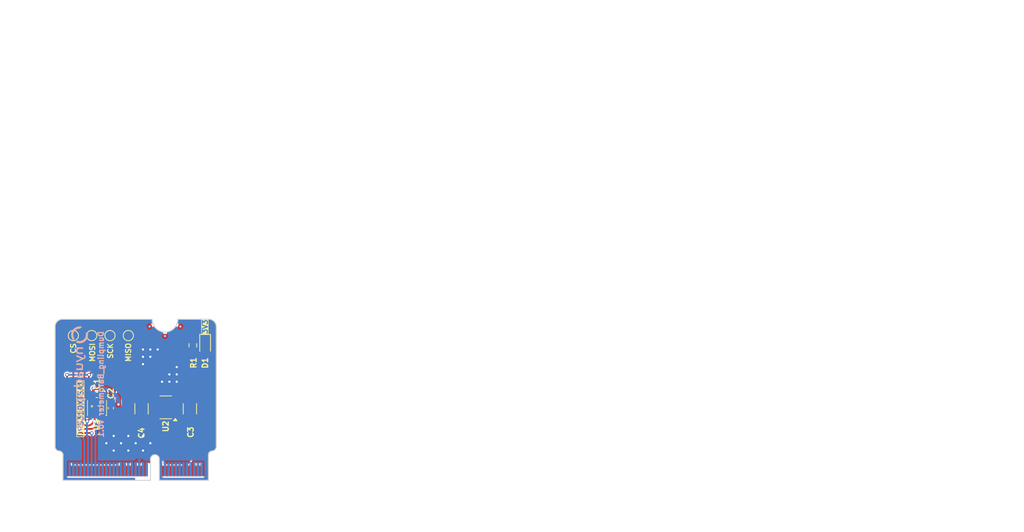
<source format=kicad_pcb>
(kicad_pcb (version 20241229) (generator "pcbnew") (generator_version "9.0")
  (layers (0 "F.Cu" signal "Top") (2 "B.Cu" signal "Bottom") (13 "F.Paste" user) (15 "B.Paste" user) (5 "F.SilkS" user "F.Silkscreen") (7 "B.SilkS" user "B.Silkscreen") (1 "F.Mask" user) (3 "B.Mask" user) (25 "Edge.Cuts" user))
  (net 0 "")
  (net 1 "+3V3")
  (net 2 "GND")
  (net 3 "VIN")
  (net 4 "DPS310XTSA1_CS")
  (net 5 "Net-(D1-A)")
  (net 6 "/G6")
  (net 7 "DPS310XTSA1_SDA")
  (net 8 "DPS310XTSA1_RX")
  (net 9 "/RTC_3V_BATT")
  (net 10 "/AUD_MCLK")
  (net 11 "/UART_CTS1")
  (net 12 "/USBHOST_D-")
  (net 13 "/G3")
  (net 14 "/BATT_VIN")
  (net 15 "/CAN-TX")
  (net 16 "/3.3V_EN")
  (net 17 "/CAN-RX")
  (net 18 "/UART_RTS1")
  (net 19 "/V_USB")
  (net 20 "DPS310XTSA1_MISO")
  (net 21 "/AUD_LRCLK")
  (net 22 "/G0")
  (net 23 "/SPI_COPI-LED_DAT")
  (net 24 "/G5")
  (net 25 "/AUD_IN-CAM_PCLK")
  (net 26 "/SWDCK")
  (net 27 "/SPI_SCK")
  (net 28 "/D1-CAM_TRIG")
  (net 29 "DPS310XTSA1_TX")
  (net 30 "+5V")
  (net 31 "DPS310XTSA1_SCL")
  (net 32 "/~{SPI_CS}")
  (net 33 "/UART_TX2")
  (net 34 "/G8")
  (net 35 "/AUD_BCLK")
  (net 36 "/SPI_CIPO-LED_CLK")
  (net 37 "/SDIO_DATA3-~{SPI_CS1}")
  (net 38 "/USBHOST_D+")
  (net 39 "/I2C_SDA1")
  (net 40 "/D0")
  (net 41 "/USB_D+")
  (net 42 "/G4")
  (net 43 "/A1")
  (net 44 "/G7")
  (net 45 "/G9-CAM_HSYNC")
  (net 46 "/USB_D-")
  (net 47 "DPS310XTSA1_MOSI")
  (net 48 "/PWM0")
  (net 49 "/AUD_OUT-CAM_MCLK")
  (net 50 "/I2C_~{INT}")
  (net 51 "DPS310XTSA1_SCK")
  (net 52 "/SWDIO")
  (net 53 "/I2C_SCL1")
  (net 54 "/UART_RX2")
  (net 55 "/A0")
  (net 56 "/G10-CAM_VSYNC")
  (net 57 "/SDIO_DATA2")
  (net 58 "DPS310XTSA1_pwr_cyc")
  (net 59 "/PWM1")
  (net 60 "/G11-SWO")
  (net 61 "/G2")
  (footprint "SparkFun_MicroMod_ESP32:M.2-CARD-E-22" (layer "F.Cu") (at 148.5011 114.365617)
    (property "Reference" "J1" (hide yes))
    (property "Value" "MICROMOD-2222" (hide yes))
    (fp_line (start 1.9 -21) (end 1 -21) (stroke (width 0.1016)) (layer "F.Cu"))
    (fp_line (start 1.9 -21) (end 1.9 -19.9) (stroke (width 0.1016)) (layer "F.Cu"))
    (fp_line (start 4 -19.7) (end 4 -19) (stroke (width 0.1016)) (layer "F.Cu"))
    (fp_line (start 6.1 -21) (end 6.1 -19.9) (stroke (width 0.1016)) (layer "F.Cu"))
    (fp_line (start 6.1 -21) (end 7 -21) (stroke (width 0.1016)) (layer "F.Cu"))
    (fp_poly (pts (xy 1.25 -21.75) (xy 2.05 -21.75) (xy 2.08842 -21.461827) (xy 2.171447 -21.183213) (xy 2.297037 -20.921017) (xy 2.462097 -20.681696) (xy 2.662563 -20.471142) (xy 2.893499 -20.29454) (xy 3.149218 -20.156239) (xy 3.423424 -20.059644) (xy 4 -20) (xy 4.290635 -20.007133) (xy 4.576576 -20.059644) (xy 4.850782 -20.156239) (xy 5.106501 -20.29454) (xy 5.337437 -20.471142) (xy 5.537903 -20.681696) (xy 5.702963 -20.921017) (xy 5.828553 -21.183213) (xy 5.95 -21.75) (xy 6.75 -21.75) (xy 6.686952 -21.386065) (xy 6.576451 -21.033626) (xy 6.420427 -20.698842) (xy 6.221608 -20.387564) (xy 5.983467 -20.10523) (xy 5.710166 -19.856774) (xy 5.40648 -19.646539) (xy 5.077718 -19.478197) (xy 4.729623 -19.354691) (xy 4.368279 -19.27818) (xy 4 -19.25) (xy 3.630811 -19.275627) (xy 3.268334 -19.35024) (xy 2.919037 -19.472506) (xy 2.589157 -19.640244) (xy 2.284581 -19.85046) (xy 2.010746 -20.099401) (xy 1.77254 -20.382623) (xy 1.574215 -20.695072) (xy 1.419311 -21.031169)) (fill yes) (layer "F.Cu"))
    (pad "1" smd rect (at 9.25 -1.275 180) (size 0.35 1.45) (layers "F.Cu" "F.Mask") (net 2 "GND"))
    (pad "2" smd rect (at 9 -1.525) (size 0.35 1.95) (layers "B.Cu" "B.Mask") (net 1 "+3V3"))
    (pad "3" smd rect (at 8.75 -1.275 180) (size 0.35 1.45) (layers "F.Cu" "F.Mask") (net 41 "/USB_D+"))
    (pad "4" smd rect (at 8.5 -1.525) (size 0.35 1.95) (layers "B.Cu" "B.Mask") (net 16 "/3.3V_EN"))
    (pad "5" smd rect (at 8.25 -1.275 180) (size 0.35 1.45) (layers "F.Cu" "F.Mask") (net 46 "/USB_D-"))
    (pad "6" smd rect (at 8 -1.525) (size 0.35 1.95) (layers "B.Cu" "B.Mask") (net 30 "+5V"))
    (pad "7" smd rect (at 7.75 -1.275 180) (size 0.35 1.45) (layers "F.Cu" "F.Mask") (net 2 "GND"))
    (pad "8" smd rect (at 7.5 -1.525) (size 0.35 1.95) (layers "B.Cu" "B.Mask") (net 60 "/G11-SWO"))
    (pad "9" smd rect (at 7.25 -1.275 180) (size 0.35 1.45) (layers "F.Cu" "F.Mask") (net 19 "/V_USB"))
    (pad "10" smd rect (at 7 -1.525) (size 0.35 1.95) (layers "B.Cu" "B.Mask") (net 40 "/D0"))
    (pad "11" smd rect (at 6.75 -1.275 180) (size 0.35 1.45) (layers "F.Cu" "F.Mask") (net 3 "VIN"))
    (pad "12" smd rect (at 6.5 -1.525) (size 0.35 1.95) (layers "B.Cu" "B.Mask") (net 7 "DPS310XTSA1_SDA"))
    (pad "13" smd rect (at 6.25 -1.275 180) (size 0.35 1.45) (layers "F.Cu" "F.Mask") (net 18 "/UART_RTS1"))
    (pad "14" smd rect (at 6 -1.525) (size 0.35 1.95) (layers "B.Cu" "B.Mask") (net 31 "DPS310XTSA1_SCL"))
    (pad "15" smd rect (at 5.75 -1.275 180) (size 0.35 1.45) (layers "F.Cu" "F.Mask") (net 11 "/UART_CTS1"))
    (pad "16" smd rect (at 5.5 -1.525) (size 0.35 1.95) (layers "B.Cu" "B.Mask") (net 50 "/I2C_~{INT}"))
    (pad "17" smd rect (at 5.25 -1.275 180) (size 0.35 1.45) (layers "F.Cu" "F.Mask") (net 29 "DPS310XTSA1_TX"))
    (pad "18" smd rect (at 5 -1.525) (size 0.35 1.95) (layers "B.Cu" "B.Mask") (net 28 "/D1-CAM_TRIG"))
    (pad "19" smd rect (at 4.75 -1.275 180) (size 0.35 1.45) (layers "F.Cu" "F.Mask") (net 8 "DPS310XTSA1_RX"))
    (pad "20" smd rect (at 4.5 -1.525) (size 0.35 1.95) (layers "B.Cu" "B.Mask") (net 54 "/UART_RX2"))
    (pad "21" smd rect (at 4.25 -1.275 180) (size 0.35 1.45) (layers "F.Cu" "F.Mask") (net 26 "/SWDCK"))
    (pad "22" smd rect (at 4 -1.525) (size 0.35 1.95) (layers "B.Cu" "B.Mask") (net 33 "/UART_TX2"))
    (pad "23" smd rect (at 3.75 -1.275 180) (size 0.35 1.45) (layers "F.Cu" "F.Mask") (net 52 "/SWDIO"))
    (pad "32" smd rect (at 1.5 -1.525) (size 0.35 1.95) (layers "B.Cu" "B.Mask") (net 48 "/PWM0"))
    (pad "33" smd rect (at 1.25 -1.275 180) (size 0.35 1.45) (layers "F.Cu" "F.Mask") (net 2 "GND"))
    (pad "34" smd rect (at 1 -1.525) (size 0.35 1.95) (layers "B.Cu" "B.Mask") (net 55 "/A0"))
    (pad "35" smd rect (at 0.75 -1.275 180) (size 0.35 1.45) (layers "F.Cu" "F.Mask") (net 38 "/USBHOST_D+"))
    (pad "36" smd rect (at 0.5 -1.525) (size 0.35 1.95) (layers "B.Cu" "B.Mask") (net 2 "GND"))
    (pad "37" smd rect (at 0.25 -1.275 180) (size 0.35 1.45) (layers "F.Cu" "F.Mask") (net 12 "/USBHOST_D-"))
    (pad "38" smd rect (at 0 -1.525) (size 0.35 1.95) (layers "B.Cu" "B.Mask") (net 43 "/A1"))
    (pad "39" smd rect (at -0.25 -1.275 180) (size 0.35 1.45) (layers "F.Cu" "F.Mask") (net 2 "GND"))
    (pad "40" smd rect (at -0.5 -1.525) (size 0.35 1.95) (layers "B.Cu" "B.Mask") (net 22 "/G0"))
    (pad "41" smd rect (at -0.75 -1.275 180) (size 0.35 1.45) (layers "F.Cu" "F.Mask") (net 17 "/CAN-RX"))
    (pad "42" smd rect (at -1 -1.525) (size 0.35 1.95) (layers "B.Cu" "B.Mask") (net 58 "DPS310XTSA1_pwr_cyc"))
    (pad "43" smd rect (at -1.25 -1.275 180) (size 0.35 1.45) (layers "F.Cu" "F.Mask") (net 15 "/CAN-TX"))
    (pad "44" smd rect (at -1.5 -1.525) (size 0.35 1.95) (layers "B.Cu" "B.Mask") (net 61 "/G2"))
    (pad "45" smd rect (at -1.75 -1.275 180) (size 0.35 1.45) (layers "F.Cu" "F.Mask") (net 2 "GND"))
    (pad "46" smd rect (at -2 -1.525) (size 0.35 1.95) (layers "B.Cu" "B.Mask") (net 13 "/G3"))
    (pad "47" smd rect (at -2.25 -1.275 180) (size 0.35 1.45) (layers "F.Cu" "F.Mask") (net 59 "/PWM1"))
    (pad "48" smd rect (at -2.5 -1.525) (size 0.35 1.95) (layers "B.Cu" "B.Mask") (net 42 "/G4"))
    (pad "49" smd rect (at -2.75 -1.275 180) (size 0.35 1.45) (layers "F.Cu" "F.Mask") (net 14 "/BATT_VIN"))
    (pad "50" smd rect (at -3 -1.525) (size 0.35 1.95) (layers "B.Cu" "B.Mask") (net 35 "/AUD_BCLK"))
    (pad "51" smd rect (at -3.25 -1.275 180) (size 0.35 1.45) (layers "F.Cu" "F.Mask") (net 39 "/I2C_SDA1"))
    (pad "52" smd rect (at -3.5 -1.525) (size 0.35 1.95) (layers "B.Cu" "B.Mask") (net 21 "/AUD_LRCLK"))
    (pad "53" smd rect (at -3.75 -1.275 180) (size 0.35 1.45) (layers "F.Cu" "F.Mask") (net 53 "/I2C_SCL1"))
    (pad "54" smd rect (at -4 -1.525) (size 0.35 1.95) (layers "B.Cu" "B.Mask") (net 25 "/AUD_IN-CAM_PCLK"))
    (pad "55" smd rect (at -4.25 -1.275 180) (size 0.35 1.45) (layers "F.Cu" "F.Mask") (net 32 "/~{SPI_CS}"))
    (pad "56" smd rect (at -4.5 -1.525) (size 0.35 1.95) (layers "B.Cu" "B.Mask") (net 49 "/AUD_OUT-CAM_MCLK"))
    (pad "57" smd rect (at -4.75 -1.275 180) (size 0.35 1.45) (layers "F.Cu" "F.Mask") (net 27 "/SPI_SCK"))
    (pad "58" smd rect (at -5 -1.525) (size 0.35 1.95) (layers "B.Cu" "B.Mask") (net 10 "/AUD_MCLK"))
    (pad "59" smd rect (at -5.25 -1.275 180) (size 0.35 1.45) (layers "F.Cu" "F.Mask") (net 23 "/SPI_COPI-LED_DAT"))
    (pad "60" smd rect (at -5.5 -1.525) (size 0.35 1.95) (layers "B.Cu" "B.Mask") (net 47 "DPS310XTSA1_MOSI"))
    (pad "61" smd rect (at -5.75 -1.275 180) (size 0.35 1.45) (layers "F.Cu" "F.Mask") (net 36 "/SPI_CIPO-LED_CLK"))
    (pad "62" smd rect (at -6 -1.525) (size 0.35 1.95) (layers "B.Cu" "B.Mask") (net 20 "DPS310XTSA1_MISO"))
    (pad "63" smd rect (at -6.25 -1.275 180) (size 0.35 1.45) (layers "F.Cu" "F.Mask") (net 56 "/G10-CAM_VSYNC"))
    (pad "64" smd rect (at -6.5 -1.525) (size 0.35 1.95) (layers "B.Cu" "B.Mask") (net 51 "DPS310XTSA1_SCK"))
    (pad "65" smd rect (at -6.75 -1.275 180) (size 0.35 1.45) (layers "F.Cu" "F.Mask") (net 45 "/G9-CAM_HSYNC"))
    (pad "66" smd rect (at -7 -1.525) (size 0.35 1.95) (layers "B.Cu" "B.Mask") (net 4 "DPS310XTSA1_CS"))
    (pad "67" smd rect (at -7.25 -1.275 180) (size 0.35 1.45) (layers "F.Cu" "F.Mask") (net 34 "/G8"))
    (pad "68" smd rect (at -7.5 -1.525) (size 0.35 1.95) (layers "B.Cu" "B.Mask") (net 57 "/SDIO_DATA2"))
    (pad "69" smd rect (at -7.75 -1.275 180) (size 0.35 1.45) (layers "F.Cu" "F.Mask") (net 44 "/G7"))
    (pad "70" smd rect (at -8 -1.525) (size 0.35 1.95) (layers "B.Cu" "B.Mask") (net 37 "/SDIO_DATA3-~{SPI_CS1}"))
    (pad "71" smd rect (at -8.25 -1.275 180) (size 0.35 1.45) (layers "F.Cu" "F.Mask") (net 6 "/G6"))
    (pad "72" smd rect (at -8.5 -1.525) (size 0.35 1.95) (layers "B.Cu" "B.Mask") (net 9 "/RTC_3V_BATT"))
    (pad "73" smd rect (at -8.75 -1.275 180) (size 0.35 1.45) (layers "F.Cu" "F.Mask") (net 24 "/G5"))
    (pad "74" smd rect (at -9 -1.525) (size 0.35 1.95) (layers "B.Cu" "B.Mask") (net 1 "+3V3"))
    (pad "75" smd rect (at -9.25 -1.275 180) (size 0.35 1.45) (layers "F.Cu" "F.Mask") (net 2 "GND"))
    (pad "GND" thru_hole circle (at 1.9 -21) (size 0.454 0.454) (drill 0.2) (layers "*.Cu" "*.Mask"))
    (pad "GND" thru_hole circle (at 4 -19.7) (size 0.454 0.454) (drill 0.2) (layers "*.Cu" "*.Mask"))
    (pad "GND" thru_hole circle (at 6.1 -21) (size 0.454 0.454) (drill 0.2) (layers "*.Cu" "*.Mask"))
  )
  (footprint "SparkFun_MicroMod_ESP32:ORDERING_INSTRUCTIONS" (layer "F.Cu") (at 167.9811 62.1)
    (property "Reference" "LOGO1" (hide yes))
    (property "Value" "SPECIAL_INSTRUCTIONS-ORDERING")
  )
  (footprint "SparkFun_MicroMod_ESP32:CREATIVE_COMMONS" (layer "F.Cu") (at 184.4 63.75)
    (property "Reference" "FRAME1" (hide yes))
    (property "Value" "FRAME-LEDGER" (hide yes))
  )
  (footprint "LED_SMD:LED_0603_1608Metric" (layer "F.Cu") (at 157.975 95.9375 -90)
    (property "Reference" "D1" (at 2.4 0 90) (layer "F.SilkS") (effects (font (size 0.75 0.75) (thickness 0.175) (bold yes))))
    (property "Value" "LED")
    (pad "1" smd roundrect (at -0.7875 0 270) (size 0.875 0.95) (layers "F.Cu" "F.Mask" "F.Paste") (net 2 "GND"))
    (pad "2" smd roundrect (at 0.7875 0 270) (size 0.875 0.95) (layers "F.Cu" "F.Mask" "F.Paste") (net 5 "Net-(D1-A)"))
  )
  (footprint "TestPoint:TestPoint_Pad_D1.0mm" (layer "F.Cu") (at 140 94.6)
    (property "Reference" "CS1" (hide yes))
    (property "Value" "SPI3")
    (pad "1" smd circle (at 0 0) (size 1 1) (layers "F.Cu" "F.Mask") (net 4 "DPS310XTSA1_CS"))
  )
  (footprint "Capacitor_SMD:C_1206_3216Metric" (layer "F.Cu") (at 155.9 104.6 90)
    (property "Reference" "C3" (at -3.2 0.1 90) (layer "F.SilkS") (effects (font (size 0.75 0.75) (thickness 0.175) (bold yes))))
    (property "Value" "10u")
    (pad "1" smd roundrect (at -1.475 0 90) (size 1.15 1.8) (layers "F.Cu" "F.Mask" "F.Paste") (roundrect_rratio 0.217391) (net 3 "VIN"))
    (pad "2" smd roundrect (at 1.475 0 90) (size 1.15 1.8) (layers "F.Cu" "F.Mask" "F.Paste") (roundrect_rratio 0.217391) (net 2 "GND"))
  )
  (footprint "Capacitor_SMD:C_1206_3216Metric" (layer "F.Cu") (at 149.3 104.6 90)
    (property "Reference" "C4" (at -3.3 0 90) (layer "F.SilkS") (effects (font (size 0.75 0.75) (thickness 0.175) (bold yes))))
    (property "Value" "10u")
    (pad "1" smd roundrect (at -1.475 0 90) (size 1.15 1.8) (layers "F.Cu" "F.Mask" "F.Paste") (roundrect_rratio 0.217391) (net 1 "+3V3"))
    (pad "2" smd roundrect (at 1.475 0 90) (size 1.15 1.8) (layers "F.Cu" "F.Mask" "F.Paste") (roundrect_rratio 0.217391) (net 2 "GND"))
  )
  (footprint "Resistor_SMD:R_0603_1608Metric" (layer "F.Cu") (at 156.3 95.925 -90)
    (property "Reference" "R1" (at 2.4 -0.1 270) (layer "F.SilkS") (effects (font (size 0.75 0.75) (thickness 0.175) (bold yes))))
    (property "Value" "10k")
    (pad "1" smd roundrect (at -0.825 0 270) (size 0.8 0.95) (layers "F.Cu" "F.Mask" "F.Paste") (net 1 "+3V3"))
    (pad "2" smd roundrect (at 0.825 0 270) (size 0.8 0.95) (layers "F.Cu" "F.Mask" "F.Paste") (net 5 "Net-(D1-A)"))
  )
  (footprint "TestPoint:TestPoint_Pad_D1.0mm" (layer "F.Cu") (at 147.5 94.6)
    (property "Reference" "MISO" (at 0 2.3 90) (layer "F.SilkS") (effects (font (size 0.7 0.7))))
    (property "Value" "SPI3")
    (pad "1" smd circle (at 0 0) (size 1 1) (layers "F.Cu" "F.Mask") (net 20 "DPS310XTSA1_MISO"))
  )
  (footprint "Capacitor_SMD:C_0402_1005Metric" (layer "F.Cu") (at 145.110643 104.500102 -90)
    (property "Reference" "C2" (at -2 0 90) (layer "F.SilkS") (effects (font (size 0.75 0.75) (thickness 0.175) (bold yes))))
    (property "Value" "100n")
    (pad "1" smd roundrect (at -0.48 0 270) (size 0.56 0.62) (layers "F.Cu" "F.Mask" "F.Paste") (net 1 "+3V3"))
    (pad "2" smd roundrect (at 0.48 0 270) (size 0.56 0.62) (layers "F.Cu" "F.Mask" "F.Paste") (net 2 "GND"))
  )
  (footprint "TestPoint:TestPoint_Pad_D1.0mm" (layer "F.Cu") (at 142.5 94.6)
    (property "Reference" "MOSI1" (hide yes))
    (property "Value" "SPI3")
    (pad "1" smd circle (at 0 0) (size 1 1) (layers "F.Cu" "F.Mask") (net 47 "DPS310XTSA1_MOSI"))
  )
  (footprint "DPS310XTSA1:LGA-8_DPS310XTSA1" (layer "F.Cu") (at 143.230201 104.500102 -90)
    (property "Reference" "U3" (at 2.299898 0.030201 90) (layer "F.SilkS") (effects (font (size 0.75 0.75) (thickness 0.175) (bold yes))))
    (property "Value" "DPS310XTSA1_C3232509")
    (pad "1" smd rect (at 0.800102 -0.980442 270) (size 0.700025 0.350521) (layers "F.Cu" "F.Mask" "F.Paste") (net 2 "GND"))
    (pad "2" smd rect (at 0.800102 -0.330201 270) (size 0.700025 0.350521) (layers "F.Cu" "F.Mask" "F.Paste") (net 4 "DPS310XTSA1_CS"))
    (pad "3" smd rect (at 0.800102 0.330201 270) (size 0.700025 0.350521) (layers "F.Cu" "F.Mask" "F.Paste") (net 47 "DPS310XTSA1_MOSI"))
    (pad "4" smd rect (at 0.800102 0.980442 270) (size 0.700025 0.350521) (layers "F.Cu" "F.Mask" "F.Paste") (net 51 "DPS310XTSA1_SCK"))
    (pad "5" smd rect (at -0.800102 0.980442 270) (size 0.700025 0.350521) (layers "F.Cu" "F.Mask" "F.Paste") (net 20 "DPS310XTSA1_MISO"))
    (pad "6" smd rect (at -0.800102 0.330201 270) (size 0.700025 0.350521) (layers "F.Cu" "F.Mask" "F.Paste") (net 1 "+3V3"))
    (pad "7" smd rect (at -0.800102 -0.330201 270) (size 0.700025 0.350521) (layers "F.Cu" "F.Mask" "F.Paste") (net 2 "GND"))
    (pad "8" smd rect (at -0.800102 -0.980442 270) (size 0.700025 0.350521) (layers "F.Cu" "F.Mask" "F.Paste") (net 1 "+3V3"))
  )
  (footprint "Capacitor_SMD:C_0402_1005Metric" (layer "F.Cu") (at 143.210643 102.700102)
    (property "Reference" "C1" (at 0 -1.5 90) (layer "F.SilkS") (effects (font (size 0.75 0.75) (thickness 0.175) (bold yes))))
    (property "Value" "100n")
    (pad "1" smd roundrect (at -0.48 0) (size 0.56 0.62) (layers "F.Cu" "F.Mask" "F.Paste") (net 1 "+3V3"))
    (pad "2" smd roundrect (at 0.48 0) (size 0.56 0.62) (layers "F.Cu" "F.Mask" "F.Paste") (net 2 "GND"))
  )
  (footprint "TestPoint:TestPoint_Pad_D1.0mm" (layer "F.Cu") (at 145 94.6)
    (property "Reference" "SCK1" (hide yes))
    (property "Value" "SPI3")
    (pad "1" smd circle (at 0 0) (size 1 1) (layers "F.Cu" "F.Mask") (net 51 "DPS310XTSA1_SCK"))
  )
  (footprint "Package_TO_SOT_SMD:SOT-23-5" (layer "F.Cu") (at 152.6 104.4 180)
    (property "Reference" "U2" (at 0 -2.6 90) (layer "F.SilkS") (effects (font (size 0.75 0.75) (thickness 0.175) (bold yes))))
    (property "Value" "AP2112K-3.3")
    (pad "1" smd roundrect (at -1.1375 -0.95 180) (size 1.325 0.6) (layers "F.Cu" "F.Mask" "F.Paste") (net 3 "VIN"))
    (pad "2" smd roundrect (at -1.1375 0 180) (size 1.325 0.6) (layers "F.Cu" "F.Mask" "F.Paste") (net 2 "GND"))
    (pad "3" smd roundrect (at -1.1375 0.95 180) (size 1.325 0.6) (layers "F.Cu" "F.Mask" "F.Paste") (net 3 "VIN"))
    (pad "4" smd roundrect (at 1.1375 0.95 180) (size 1.325 0.6) (layers "F.Cu" "F.Mask" "F.Paste"))
    (pad "5" smd roundrect (at 1.1375 -0.95 180) (size 1.325 0.6) (layers "F.Cu" "F.Mask" "F.Paste") (net 1 "+3V3"))
  )
  (footprint "LOGO" (layer "B.Cu") (at 140.85 100.35 -90)
    (property "Reference" "G***" (hide yes))
    (property "Value" "LOGO" (hide yes))
  )
  (gr_line (start 158.4261 114.365617) (end 151.7261 114.365617) (stroke (width 0.127)) (layer "Edge.Cuts"))
  (gr_line (start 150.5261 111.465617) (end 150.5261 114.365617) (stroke (width 0.127)) (layer "Edge.Cuts"))
  (gr_line (start 138.5761 114.365617) (end 138.5761 110.865617) (stroke (width 0.127)) (layer "Edge.Cuts"))
  (gr_arc (start 138.1011 110.365617) (mid 138.434341 110.524663) (end 138.5761 110.865618) (stroke (width 0.127)) (layer "Edge.Cuts"))
  (gr_arc (start 137.5011 93.365617) (mid 137.8011 92.665618) (end 138.501099 92.365618) (stroke (width 0.127)) (layer "Edge.Cuts"))
  (gr_arc (start 159.501099 109.765618) (mid 159.320461 110.184979) (end 158.9011 110.365617) (stroke (width 0.127)) (layer "Edge.Cuts"))
  (gr_line (start 137.5011 93.365617) (end 137.5011 109.765617) (stroke (width 0.127)) (layer "Edge.Cuts"))
  (gr_line (start 159.5011 93.365617) (end 159.5011 109.765617) (stroke (width 0.127)) (layer "Edge.Cuts"))
  (gr_arc (start 154.2511 92.365617) (mid 152.5011 94.115617) (end 150.7511 92.365617) (stroke (width 0.127)) (layer "Edge.Cuts"))
  (gr_arc (start 158.4261 110.865617) (mid 158.566444 110.523319) (end 158.9011 110.365617) (stroke (width 0.127)) (layer "Edge.Cuts"))
  (gr_arc (start 150.5261 111.465617) (mid 151.1261 110.865617) (end 151.7261 111.465617) (stroke (width 0.127)) (layer "Edge.Cuts"))
  (gr_line (start 158.4261 110.865617) (end 158.4261 114.365617) (stroke (width 0.127)) (layer "Edge.Cuts"))
  (gr_line (start 150.7511 92.365617) (end 138.5011 92.365617) (stroke (width 0.127)) (layer "Edge.Cuts"))
  (gr_line (start 151.7261 111.465617) (end 151.7261 114.365617) (stroke (width 0.127)) (layer "Edge.Cuts"))
  (gr_arc (start 138.101098 110.365617) (mid 137.681737 110.184978) (end 137.5011 109.765617) (stroke (width 0.127)) (layer "Edge.Cuts"))
  (gr_line (start 158.5011 92.365617) (end 154.2511 92.365617) (stroke (width 0.127)) (layer "Edge.Cuts"))
  (gr_arc (start 158.5011 92.365617) (mid 159.2011 92.665617) (end 159.5011 93.365617) (stroke (width 0.127)) (layer "Edge.Cuts"))
  (gr_line (start 138.5761 114.365617) (end 150.5261 114.365617) (stroke (width 0.127)) (layer "Edge.Cuts"))
  (gr_text "DPS310XTSA1" (at 141 104.6 90) (layer "F.SilkS" knockout) (effects (font (size 0.75 0.75) (thickness 0.175) (bold yes))))
  (gr_text "SCK" (at 145.05 96.7 90) (layer "F.SilkS") (effects (font (size 0.7 0.7))))
  (gr_text "3V3" (at 157.975 93.4 90) (layer "F.SilkS" knockout) (effects (font (size 0.7 0.7) (thickness 0.15) (bold yes))))
  (gr_text "CS" (at 140 96.35 90) (layer "F.SilkS") (effects (font (size 0.7 0.7))))
  (gr_text "MOSI" (at 142.6 96.9 90) (layer "F.SilkS") (effects (font (size 0.7 0.7))))
  (gr_text "Dumpling_Barometer v0.1" (at 144.2 93.9 90) (layer "B.SilkS") (effects (font (size 0.75 0.75) (thickness 0.175) (bold yes)) (justify left bottom mirror)))
  (segment (start 155.924999 95.1) (end 156.3 95.1) (width 0.75) (layer "F.Cu") (net 1))
  (segment (start 148.113172 101.35) (end 148.3 101.35) (width 0.75) (layer "F.Cu") (net 1))
  (segment (start 150.007106 100.642893) (end 155.284833 95.365165) (width 0.75) (layer "F.Cu") (net 1))
  (segment (start 144.757091 104.020102) (end 145.110643 104.020102) (width 0.5) (layer "F.Cu") (net 1))
  (segment (start 151.1 105.7125) (end 151.4625 105.35) (width 0.75) (layer "F.Cu") (net 1))
  (segment (start 147.985139 106.075) (end 150.224847 106.075) (width 0.75) (layer "F.Cu") (net 1))
  (segment (start 146.139949 104.010051) (end 146.15 104) (width 0.5) (layer "F.Cu") (net 1))
  (segment (start 142.9 102.989212) (end 142.9 103.7) (width 0.35) (layer "F.Cu") (net 1))
  (segment (start 146.503553 105.353553) (end 146.6875 105.5375) (width 0.75) (layer "F.Cu") (net 1))
  (segment (start 146.15 103.25) (end 146.15 104) (width 0.75) (layer "F.Cu") (net 1))
  (segment (start 142.715643 102.685102) (end 142.700643 102.670102) (width 0.5) (layer "F.Cu") (net 1))
  (segment (start 142.745643 102.715102) (end 142.815321 102.78478) (width 0.35) (layer "F.Cu") (net 1))
  (segment (start 144.370694 103.860051) (end 144.210643 103.7) (width 0.5) (layer "F.Cu") (net 1))
  (segment (start 146.15 104.5) (end 146.15 104) (width 0.75) (layer "F.Cu") (net 1))
  (segment (start 146.68033 101.969669) (end 146.725 101.925) (width 0.75) (layer "F.Cu") (net 1))
  (segment (start 142.745643 102.715102) (end 142.715643 102.685102) (width 0.35) (layer "F.Cu") (net 1))
  (segment (start 146.115683 104.020102) (end 145.110643 104.020102) (width 0.5) (layer "F.Cu") (net 1))
  (segment (start 142.730643 102.678888) (end 142.730643 101.819357) (width 0.35) (layer "F.Cu") (net 1))
  (via (at 142.75 101.8) (size 0.5) (drill 0.3) (layers "F.Cu" "B.Cu") (net 1))
  (via (at 146.15 104) (size 0.5) (drill 0.3) (layers "F.Cu" "B.Cu") (net 1))
  (arc (start 147.985139 106.075) (mid 147.282861 105.935308) (end 146.6875 105.5375) (width 0.75) (layer "F.Cu") (net 1))
  (arc (start 146.15 104.5) (mid 146.241885 104.961939) (end 146.503553 105.353553) (width 0.75) (layer "F.Cu") (net 1))
  (arc (start 146.139949 104.010051) (mid 146.128815 104.017489) (end 146.115683 104.020102) (width 0.5) (layer "F.Cu") (net 1))
  (arc (start 144.757091 104.020102) (mid 144.547974 103.978506) (end 144.370694 103.860051) (width 0.5) (layer "F.Cu") (net 1))
  (arc (start 142.815321 102.78478) (mid 142.877992 102.878574) (end 142.9 102.989212) (width 0.35) (layer "F.Cu") (net 1))
  (arc (start 148.113172 101.35) (mid 147.361898 101.499437) (end 146.725 101.925) (width 0.75) (layer "F.Cu") (net 1))
  (arc (start 142.745643 102.715102) (mid 142.734541 102.698487) (end 142.730643 102.678888) (width 0.35) (layer "F.Cu") (net 1))
  (arc (start 148.3 101.35) (mid 149.223879 101.166228) (end 150.007106 100.642893) (width 0.75) (layer "F.Cu") (net 1))
  (arc (start 146.15 103.25) (mid 146.287828 102.55709) (end 146.68033 101.969669) (width 0.75) (layer "F.Cu") (net 1))
  (arc (start 155.924999 95.1) (mid 155.578543 95.168914) (end 155.284833 95.365165) (width 0.75) (layer "F.Cu") (net 1))
  (arc (start 151.1 105.7125) (mid 150.698476 105.980789) (end 150.224847 106.075) (width 0.75) (layer "F.Cu") (net 1))
  (arc (start 142.715643 102.685102) (mid 142.725218 102.687006) (end 142.730643 102.678888) (width 0.5) (layer "F.Cu") (net 1))
  (segment (start 146.15 103.55) (end 146.15 104) (width 0.5) (layer "B.Cu") (net 1))
  (segment (start 145.5 102.45) (end 145.831801 102.781801) (width 0.5) (layer "B.Cu") (net 1))
  (segment (start 142.75 101.8) (end 143.930761 101.8) (width 0.5) (layer "B.Cu") (net 1))
  (arc (start 145.5 102.45) (mid 144.780027 101.968929) (end 143.930761 101.8) (width 0.5) (layer "B.Cu") (net 1))
  (arc (start 146.15 103.55) (mid 146.067302 103.134253) (end 145.831801 102.781801) (width 0.5) (layer "B.Cu") (net 1))
  (segment (start 144.757091 104.980102) (end 145.110643 104.980102) (width 0.5) (layer "F.Cu") (net 2))
  (segment (start 143.625522 102.765222) (end 143.690643 102.700102) (width 0.35) (layer "F.Cu") (net 2))
  (segment (start 144.370694 105.140153) (end 144.210643 105.300204) (width 0.5) (layer "F.Cu") (net 2))
  (segment (start 143.560402 102.922437) (end 143.560402 103.7) (width 0.35) (layer "F.Cu") (net 2))
  (segment (start 154.938778 104.086221) (end 155.9 103.125) (width 0.75) (layer "F.Cu") (net 2))
  (segment (start 154.18125 104.4) (end 153.7375 104.4) (width 0.75) (layer "F.Cu") (net 2))
  (via (at 150.5 109.3) (size 0.7) (drill 0.3) (layers "F.Cu" "B.Cu") (net 2))
  (via (at 147.5 110.3) (size 0.7) (drill 0.3) (layers "F.Cu" "B.Cu") (net 2))
  (via (at 153.1 99.9) (size 0.7) (drill 0.3) (layers "F.Cu" "B.Cu") (net 2))
  (via (at 153.1 100.9) (size 0.7) (drill 0.3) (layers "F.Cu" "B.Cu") (net 2))
  (via (at 154.1 98.9) (size 0.7) (drill 0.3) (layers "F.Cu" "B.Cu") (net 2))
  (via (at 146.5 109.3) (size 0.7) (drill 0.3) (layers "F.Cu" "B.Cu") (net 2))
  (via (at 151.5 96.5) (size 0.7) (drill 0.3) (layers "F.Cu" "B.Cu") (net 2))
  (via (at 147.5 108.3) (size 0.7) (drill 0.3) (layers "F.Cu" "B.Cu") (net 2))
  (via (at 152.1 100.9) (size 0.7) (drill 0.3) (layers "F.Cu" "B.Cu") (net 2))
  (via (at 149.5 98.5) (size 0.7) (drill 0.3) (layers "F.Cu" "B.Cu") (net 2))
  (via (at 149.5 97.5) (size 0.7) (drill 0.3) (layers "F.Cu" "B.Cu") (net 2))
  (via (at 144.5 109.3) (size 0.7) (drill 0.3) (layers "F.Cu" "B.Cu") (net 2))
  (via (at 148.5 109.3) (size 0.7) (drill 0.3) (layers "F.Cu" "B.Cu") (net 2))
  (via (at 149.5 96.5) (size 0.7) (drill 0.3) (layers "F.Cu" "B.Cu") (net 2))
  (via (at 154.1 100.9) (size 0.7) (drill 0.3) (layers "F.Cu" "B.Cu") (net 2))
  (via (at 145.5 110.3) (size 0.7) (drill 0.3) (layers "F.Cu" "B.Cu") (net 2))
  (via (at 149.5 110.3) (size 0.7) (drill 0.3) (layers "F.Cu" "B.Cu") (net 2))
  (via (at 150.5 97.5) (size 0.7) (drill 0.3) (layers "F.Cu" "B.Cu") (net 2))
  (via (at 150.5 96.5) (size 0.7) (drill 0.3) (layers "F.Cu" "B.Cu") (net 2))
  (via (at 145.5 108.3) (size 0.7) (drill 0.3) (layers "F.Cu" "B.Cu") (net 2))
  (via (at 149.5 108.3) (size 0.7) (drill 0.3) (layers "F.Cu" "B.Cu") (net 2))
  (via (at 154.1 99.9) (size 0.7) (drill 0.3) (layers "F.Cu" "B.Cu") (net 2))
  (arc (start 143.560402 102.922437) (mid 143.577326 102.837353) (end 143.625522 102.765222) (width 0.35) (layer "F.Cu") (net 2))
  (arc (start 144.370694 105.140153) (mid 144.547974 105.021697) (end 144.757091 104.980102) (width 0.5) (layer "F.Cu") (net 2))
  (arc (start 154.938778 104.086221) (mid 154.591221 104.318451) (end 154.18125 104.4) (width 0.75) (layer "F.Cu") (net 2))
  (segment (start 152.5 104.581801) (end 152.5 104.21649) (width 0.35) (layer "F.Cu") (net 3))
  (segment (start 153.268198 105.35) (end 153.7375 105.35) (width 0.35) (layer "F.Cu") (net 3))
  (segment (start 154.975152 106.075) (end 155.9 106.075) (width 0.75) (layer "F.Cu") (net 3))
  (segment (start 153.971728 105.584228) (end 154.1 105.7125) (width 0.75) (layer "F.Cu") (net 3))
  (segment (start 153.26649 103.45) (end 153.7375 103.45) (width 0.35) (layer "F.Cu") (net 3))
  (arc (start 152.7245 103.6745) (mid 152.558345 103.923167) (end 152.5 104.21649) (width 0.35) (layer "F.Cu") (net 3))
  (arc (start 152.725 105.125) (mid 152.974221 105.291524) (end 153.268198 105.35) (width 0.35) (layer "F.Cu") (net 3))
  (arc (start 154.975152 106.075) (mid 154.501523 105.980789) (end 154.1 105.7125) (width 0.75) (layer "F.Cu") (net 3))
  (arc (start 152.7245 103.6745) (mid 152.973167 103.508345) (end 153.26649 103.45) (width 0.35) (layer "F.Cu") (net 3))
  (arc (start 152.5 104.581801) (mid 152.558475 104.875778) (end 152.725 105.125) (width 0.35) (layer "F.Cu") (net 3))
  (arc (start 153.971728 105.584228) (mid 153.712284 105.410873) (end 153.40625 105.35) (width 0.75) (layer "F.Cu") (net 3))
  (segment (start 140.935355 107.35) (end 142.347669 107.35) (width 0.25) (layer "F.Cu") (net 4))
  (segment (start 140.825 107.25) (end 140.85 107.25) (width 0.25) (layer "F.Cu") (net 4))
  (segment (start 140 105.884314) (end 140 94.6) (width 0.25) (layer "F.Cu") (net 4))
  (segment (start 143.560402 106.137267) (end 143.560402 105.300204) (width 0.25) (layer "F.Cu") (net 4))
  (segment (start 140.4 106.85) (end 140.782322 107.232322) (width 0.25) (layer "F.Cu") (net 4))
  (segment (start 140.875 107.325) (end 140.85 107.3) (width 0.25) (layer "F.Cu") (net 4))
  (via (at 140.85 107.3) (size 0.5) (drill 0.3) (layers "F.Cu" "B.Cu") (net 4))
  (arc (start 143.560402 106.137267) (mid 143.468088 106.60136) (end 143.205201 106.994799) (width 0.25) (layer "F.Cu") (net 4))
  (arc (start 140 105.884314) (mid 140.103956 106.406939) (end 140.4 106.85) (width 0.25) (layer "F.Cu") (net 4))
  (arc (start 142.347669 107.35) (mid 142.811762 107.257686) (end 143.205201 106.994799) (width 0.25) (layer "F.Cu") (net 4))
  (arc (start 140.825 107.25) (mid 140.801902 107.245405) (end 140.782322 107.232322) (width 0.25) (layer "F.Cu") (net 4))
  (arc (start 140.935355 107.35) (mid 140.902691 107.343502) (end 140.875 107.325) (width 0.25) (layer "F.Cu") (net 4))
  (segment (start 141.5011 109.146852) (end 141.5011 112.840617) (width 0.25) (layer "B.Cu") (net 4))
  (segment (start 140.8 107.725) (end 140.8 107.5) (width 0.25) (layer "B.Cu") (net 4))
  (segment (start 140.959099 108.109099) (end 141.15055 108.30055) (width 0.25) (layer "B.Cu") (net 4))
  (arc (start 140.8 107.725) (mid 140.841348 107.932872) (end 140.959099 108.109099) (width 0.25) (layer "B.Cu") (net 4))
  (arc (start 141.5011 109.146852) (mid 141.409995 108.688836) (end 141.15055 108.30055) (width 0.25) (layer "B.Cu") (net 4))
  (segment (start 157.932322 96.7) (end 156.3 96.7) (width 0.75) (layer "F.Cu") (net 5))
  (segment (start 142.124643 99.993287) (end 142.124643 103.486413) (width 0.25) (layer "F.Cu") (net 20))
  (segment (start 142.510542 107.925) (end 142.498042 107.9125) (width 0.25) (layer "F.Cu") (net 20))
  (segment (start 142.137321 99.962678) (end 142.15 99.95) (width 0.25) (layer "F.Cu") (net 20))
  (segment (start 139.15 105.791019) (end 139.15 99.95) (width 0.25) (layer "F.Cu") (net 20))
  (segment (start 141.25898 107.9) (end 142.467864 107.9) (width 0.25) (layer "F.Cu") (net 20))
  (segment (start 142.187201 103.637442) (end 142.249759 103.7) (width 0.25) (layer "F.Cu") (net 20))
  (segment (start 142.15 99.95) (end 147.5 94.6) (width 0.25) (layer "F.Cu") (net 20))
  (via (at 139.15 99.95) (size 0.5) (drill 0.3) (layers "F.Cu" "B.Cu") (net 20))
  (via (at 142.510542 107.925) (size 0.5) (drill 0.3) (layers "F.Cu" "B.Cu") (net 20))
  (via (at 142.15 99.95) (size 0.5) (drill 0.3) (layers "F.Cu" "B.Cu") (net 20))
  (arc (start 139.767706 107.282294) (mid 140.451908 107.739463) (end 141.25898 107.9) (width 0.25) (layer "F.Cu") (net 20))
  (arc (start 142.498042 107.9125) (mid 142.484196 107.903248) (end 142.467864 107.9) (width 0.25) (layer "F.Cu") (net 20))
  (arc (start 142.137321 99.962678) (mid 142.127937 99.976721) (end 142.124643 99.993287) (width 0.25) (layer "F.Cu") (net 20))
  (arc (start 142.124643 103.486413) (mid 142.140901 103.568149) (end 142.187201 103.637442) (width 0.25) (layer "F.Cu") (net 20))
  (arc (start 139.15 105.791019) (mid 139.310536 106.598091) (end 139.767706 107.282294) (width 0.25) (layer "F.Cu") (net 20))
  (segment (start 142.5011 107.941118) (end 142.5011 112.840617) (width 0.25) (layer "B.Cu") (net 20))
  (segment (start 139.15 99.95) (end 142.15 99.95) (width 0.25) (layer "B.Cu") (net 20))
  (segment (start 142.505821 107.929721) (end 142.510542 107.925) (width 0.25) (layer "B.Cu") (net 20))
  (arc (start 142.505821 107.929721) (mid 142.502326 107.93495) (end 142.5011 107.941118) (width 0.25) (layer "B.Cu") (net 20))
  (segment (start 142.545419 106.639992) (end 142.885412 106.3) (width 0.25) (layer "F.Cu") (net 47))
  (segment (start 142.95 106.25) (end 143 106.3) (width 0.25) (layer "F.Cu") (net 47))
  (segment (start 140.8 105.619669) (end 140.8 97.502081) (width 0.25) (layer "F.Cu") (net 47))
  (segment (start 142.9 106.129289) (end 142.9 105.300204) (width 0.25) (layer "F.Cu") (net 47))
  (segment (start 141.65 95.45) (end 142.5 94.6) (width 0.25) (layer "F.Cu") (net 47))
  (segment (start 141.175 106.525) (end 141.289992 106.639992) (width 0.25) (layer "F.Cu") (net 47))
  (via (at 142.885412 106.3) (size 0.5) (drill 0.3) (layers "F.Cu" "B.Cu") (net 47))
  (arc (start 141.289992 106.639992) (mid 141.577989 106.832426) (end 141.917706 106.9) (width 0.25) (layer "F.Cu") (net 47))
  (arc (start 140.8 97.502081) (mid 141.020907 96.391502) (end 141.65 95.45) (width 0.25) (layer "F.Cu") (net 47))
  (arc (start 140.8 105.619669) (mid 140.897459 106.10963) (end 141.175 106.525) (width 0.25) (layer "F.Cu") (net 47))
  (arc (start 142.545419 106.639992) (mid 142.257421 106.832426) (end 141.917706 106.9) (width 0.25) (layer "F.Cu") (net 47))
  (arc (start 142.9 106.129289) (mid 142.912994 106.194617) (end 142.95 106.25) (width 0.25) (layer "F.Cu") (net 47))
  (segment (start 143.1 106.47071) (end 143.1 108.280067) (width 0.25) (layer "B.Cu") (net 47))
  (segment (start 143.0011 108.518832) (end 143.0011 112.840617) (width 0.25) (layer "B.Cu") (net 47))
  (segment (start 143.05 106.35) (end 143 106.3) (width 0.25) (layer "B.Cu") (net 47))
  (arc (start 143.0011 108.518832) (mid 143.013951 108.454223) (end 143.05055 108.39945) (width 0.25) (layer "B.Cu") (net 47))
  (arc (start 143.1 106.47071) (mid 143.087005 106.405382) (end 143.05 106.35) (width 0.25) (layer "B.Cu") (net 47))
  (arc (start 143.1 108.280067) (mid 143.087148 108.344676) (end 143.05055 108.39945) (width 0.25) (layer "B.Cu") (net 47))
  (segment (start 141.5 100.353963) (end 141.5 105.702512) (width 0.25) (layer "F.Cu") (net 51))
  (segment (start 143.093792 96.506207) (end 145 94.6) (width 0.25) (layer "F.Cu") (net 51))
  (segment (start 142.074879 106.12512) (end 141.9 106.3) (width 0.25) (layer "F.Cu") (net 51))
  (segment (start 142.249759 105.702924) (end 142.249759 105.300204) (width 0.25) (layer "F.Cu") (net 51))
  (segment (start 141.814644 106.264644) (end 141.675 106.125) (width 0.25) (layer "F.Cu") (net 51))
  (segment (start 141.9 106.3) (end 141.95 106.3) (width 0.25) (layer "F.Cu") (net 51))
  (via (at 141.9 106.3) (size 0.5) (drill 0.3) (layers "F.Cu" "B.Cu") (net 51))
  (arc (start 141.814644 106.264644) (mid 141.853805 106.290811) (end 141.9 106.3) (width 0.25) (layer "F.Cu") (net 51))
  (arc (start 142.249759 105.702924) (mid 142.204309 105.931414) (end 142.074879 106.12512) (width 0.25) (layer "F.Cu") (net 51))
  (arc (start 141.5 105.702512) (mid 141.545481 105.93116) (end 141.675 106.125) (width 0.25) (layer "F.Cu") (net 51))
  (arc (start 143.093792 96.506207) (mid 141.914213 98.271572) (end 141.5 100.353963) (width 0.25) (layer "F.Cu") (net 51))
  (segment (start 142.0011 109.201877) (end 142.0011 112.840617) (width 0.25) (layer "B.Cu") (net 51))
  (segment (start 141.85 106.556843) (end 141.85 108.243933) (width 0.25) (layer "B.Cu") (net 51))
  (segment (start 142 109.199222) (end 142 108.606066) (width 0.25) (layer "B.Cu") (net 51))
  (segment (start 142.00055 106.29945) (end 142 106.3) (width 0.25) (layer "B.Cu") (net 51))
  (segment (start 141.92555 106.37445) (end 142.00055 106.29945) (width 0.25) (layer "B.Cu") (net 51))
  (arc (start 141.85 106.556843) (mid 141.869634 106.458132) (end 141.92555 106.37445) (width 0.25) (layer "B.Cu") (net 51))
  (arc (start 142.00055 109.20055) (mid 142.000957 109.201158) (end 142.0011 109.201877) (width 0.25) (layer "B.Cu") (net 51))
  (arc (start 142 108.606066) (mid 141.980508 108.508073) (end 141.925 108.425) (width 0.25) (layer "B.Cu") (net 51))
  (arc (start 141.925 108.425) (mid 141.869491 108.341925) (end 141.85 108.243933) (width 0.25) (layer "B.Cu") (net 51))
  (arc (start 142 109.199222) (mid 142.000142 109.19994) (end 142.00055 109.20055) (width 0.25) (layer "B.Cu") (net 51))
  (arc (start 142.00055 106.29945) (mid 142.00055 106.29945) (end 142.00055 106.29945) (width 0.25) (layer "B.Cu") (net 51))
  (zone (net 3) (net_name "VIN") (layer "F.Cu") (priority 5) (connect_pads yes (clearance 0.2)) (min_thickness 0.25) (fill yes (thermal_gap 0.5) (thermal_bridge_width 0.5))
    (polygon (pts (xy 152.3 103) (xy 157.2 103) (xy 157.2 109.733336) (xy 155.3 112.8) (xy 152.3 112.8)))
  )
  (zone (net 2) (net_name "GND") (layers "F.Cu" "B.Cu") (priority 1) (connect_pads (clearance 0.2)) (min_thickness 0.25) (fill yes (thermal_gap 0.5) (thermal_bridge_width 0.5))
    (polygon (pts (xy 137 92) (xy 160.1 92) (xy 160.1 114.9) (xy 137 114.9)))
  )
)
</source>
